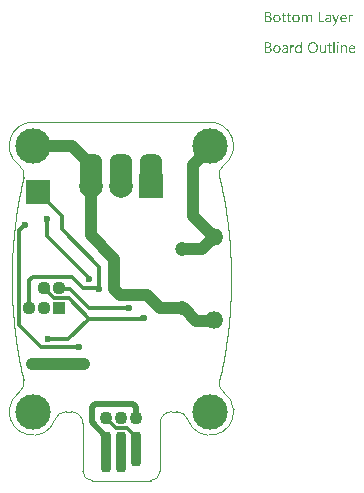
<source format=gbl>
G04*
G04 #@! TF.GenerationSoftware,Altium Limited,Altium Designer,21.9.2 (33)*
G04*
G04 Layer_Physical_Order=2*
G04 Layer_Color=16711680*
%FSAX25Y25*%
%MOIN*%
G70*
G04*
G04 #@! TF.SameCoordinates,B38DDDDE-E499-4E20-BA9E-D90CFE60B386*
G04*
G04*
G04 #@! TF.FilePolarity,Positive*
G04*
G01*
G75*
%ADD10C,0.01181*%
%ADD13C,0.00394*%
G04:AMPARAMS|DCode=38|XSize=74.8mil|YSize=116.14mil|CornerRadius=29.17mil|HoleSize=0mil|Usage=FLASHONLY|Rotation=0.000|XOffset=0mil|YOffset=0mil|HoleType=Round|Shape=RoundedRectangle|*
%AMROUNDEDRECTD38*
21,1,0.07480,0.05780,0,0,0.0*
21,1,0.01646,0.11614,0,0,0.0*
1,1,0.05835,0.00823,-0.02890*
1,1,0.05835,-0.00823,-0.02890*
1,1,0.05835,-0.00823,0.02890*
1,1,0.05835,0.00823,0.02890*
%
%ADD38ROUNDEDRECTD38*%
%ADD62C,0.04370*%
%ADD72C,0.01968*%
%ADD75R,0.04370X0.04370*%
%ADD76C,0.04724*%
%ADD77O,0.06102X0.05709*%
%ADD78R,0.07874X0.07874*%
%ADD79C,0.07874*%
%ADD80C,0.11811*%
%ADD81C,0.02362*%
G04:AMPARAMS|DCode=82|XSize=35.43mil|YSize=135.83mil|CornerRadius=13.82mil|HoleSize=0mil|Usage=FLASHONLY|Rotation=180.000|XOffset=0mil|YOffset=0mil|HoleType=Round|Shape=RoundedRectangle|*
%AMROUNDEDRECTD82*
21,1,0.03543,0.10819,0,0,180.0*
21,1,0.00780,0.13583,0,0,180.0*
1,1,0.02764,-0.00390,0.05409*
1,1,0.02764,0.00390,0.05409*
1,1,0.02764,0.00390,-0.05409*
1,1,0.02764,-0.00390,-0.05409*
%
%ADD82ROUNDEDRECTD82*%
G04:AMPARAMS|DCode=83|XSize=35.43mil|YSize=116.14mil|CornerRadius=13.82mil|HoleSize=0mil|Usage=FLASHONLY|Rotation=180.000|XOffset=0mil|YOffset=0mil|HoleType=Round|Shape=RoundedRectangle|*
%AMROUNDEDRECTD83*
21,1,0.03543,0.08850,0,0,180.0*
21,1,0.00780,0.11614,0,0,180.0*
1,1,0.02764,-0.00390,0.04425*
1,1,0.02764,0.00390,0.04425*
1,1,0.02764,0.00390,-0.04425*
1,1,0.02764,-0.00390,-0.04425*
%
%ADD83ROUNDEDRECTD83*%
%ADD84C,0.03937*%
%ADD85C,0.04331*%
G36*
X0062870Y0155354D02*
X0062925Y0155342D01*
X0062987Y0155329D01*
X0063055Y0155305D01*
X0063136Y0155274D01*
X0063210Y0155230D01*
X0063290Y0155181D01*
X0063365Y0155113D01*
X0063433Y0155026D01*
X0063495Y0154927D01*
X0063550Y0154815D01*
X0063588Y0154673D01*
X0063618Y0154518D01*
X0063625Y0154339D01*
Y0152791D01*
X0063222D01*
Y0154234D01*
Y0154240D01*
Y0154252D01*
Y0154271D01*
Y0154302D01*
X0063216Y0154376D01*
X0063204Y0154463D01*
X0063191Y0154562D01*
X0063167Y0154661D01*
X0063136Y0154754D01*
X0063092Y0154834D01*
X0063086Y0154840D01*
X0063068Y0154865D01*
X0063037Y0154896D01*
X0062987Y0154927D01*
X0062931Y0154964D01*
X0062857Y0154989D01*
X0062764Y0155014D01*
X0062659Y0155020D01*
X0062647D01*
X0062616Y0155014D01*
X0062566Y0155007D01*
X0062504Y0154989D01*
X0062436Y0154964D01*
X0062362Y0154921D01*
X0062288Y0154865D01*
X0062220Y0154785D01*
X0062213Y0154772D01*
X0062195Y0154741D01*
X0062164Y0154692D01*
X0062133Y0154624D01*
X0062096Y0154543D01*
X0062071Y0154450D01*
X0062046Y0154339D01*
X0062040Y0154221D01*
Y0152791D01*
X0061638D01*
Y0154283D01*
Y0154289D01*
Y0154314D01*
X0061632Y0154351D01*
Y0154401D01*
X0061619Y0154456D01*
X0061607Y0154518D01*
X0061588Y0154580D01*
X0061570Y0154655D01*
X0061539Y0154723D01*
X0061501Y0154785D01*
X0061452Y0154847D01*
X0061396Y0154902D01*
X0061334Y0154952D01*
X0061254Y0154989D01*
X0061167Y0155014D01*
X0061068Y0155020D01*
X0061056D01*
X0061025Y0155014D01*
X0060975Y0155007D01*
X0060913Y0154995D01*
X0060845Y0154964D01*
X0060771Y0154927D01*
X0060697Y0154871D01*
X0060629Y0154797D01*
X0060623Y0154785D01*
X0060604Y0154760D01*
X0060573Y0154710D01*
X0060542Y0154642D01*
X0060511Y0154562D01*
X0060480Y0154463D01*
X0060462Y0154351D01*
X0060455Y0154221D01*
Y0152791D01*
X0060053D01*
Y0155305D01*
X0060455D01*
Y0154902D01*
X0060468D01*
X0060474Y0154908D01*
X0060480Y0154921D01*
X0060499Y0154946D01*
X0060517Y0154976D01*
X0060579Y0155045D01*
X0060666Y0155131D01*
X0060777Y0155218D01*
X0060907Y0155286D01*
X0060988Y0155317D01*
X0061068Y0155342D01*
X0061155Y0155354D01*
X0061248Y0155360D01*
X0061291D01*
X0061341Y0155354D01*
X0061402Y0155342D01*
X0061471Y0155323D01*
X0061545Y0155298D01*
X0061619Y0155267D01*
X0061693Y0155218D01*
X0061700Y0155212D01*
X0061724Y0155193D01*
X0061755Y0155162D01*
X0061799Y0155119D01*
X0061842Y0155063D01*
X0061885Y0155001D01*
X0061929Y0154927D01*
X0061960Y0154840D01*
X0061966Y0154847D01*
X0061972Y0154865D01*
X0061990Y0154890D01*
X0062009Y0154921D01*
X0062040Y0154964D01*
X0062077Y0155007D01*
X0062120Y0155051D01*
X0062170Y0155100D01*
X0062226Y0155150D01*
X0062288Y0155193D01*
X0062356Y0155243D01*
X0062430Y0155280D01*
X0062511Y0155311D01*
X0062597Y0155335D01*
X0062696Y0155354D01*
X0062795Y0155360D01*
X0062832D01*
X0062870Y0155354D01*
D02*
G37*
G36*
X0076902Y0155342D02*
X0076977Y0155335D01*
X0077020Y0155323D01*
X0077051Y0155311D01*
Y0154896D01*
X0077045Y0154902D01*
X0077032Y0154908D01*
X0077008Y0154921D01*
X0076977Y0154939D01*
X0076933Y0154952D01*
X0076877Y0154964D01*
X0076816Y0154970D01*
X0076748Y0154976D01*
X0076735D01*
X0076704Y0154970D01*
X0076655Y0154964D01*
X0076599Y0154946D01*
X0076525Y0154915D01*
X0076457Y0154871D01*
X0076382Y0154809D01*
X0076314Y0154729D01*
X0076308Y0154717D01*
X0076289Y0154685D01*
X0076258Y0154630D01*
X0076227Y0154556D01*
X0076197Y0154463D01*
X0076166Y0154345D01*
X0076147Y0154215D01*
X0076141Y0154067D01*
Y0152791D01*
X0075739D01*
Y0155305D01*
X0076141D01*
Y0154785D01*
X0076153D01*
Y0154791D01*
X0076160Y0154797D01*
X0076172Y0154828D01*
X0076190Y0154877D01*
X0076221Y0154939D01*
X0076252Y0155001D01*
X0076302Y0155069D01*
X0076351Y0155137D01*
X0076413Y0155199D01*
X0076419Y0155206D01*
X0076444Y0155224D01*
X0076481Y0155249D01*
X0076531Y0155274D01*
X0076587Y0155298D01*
X0076655Y0155323D01*
X0076729Y0155342D01*
X0076809Y0155348D01*
X0076865D01*
X0076902Y0155342D01*
D02*
G37*
G36*
X0071523Y0152389D02*
X0071517Y0152383D01*
X0071511Y0152358D01*
X0071492Y0152315D01*
X0071467Y0152265D01*
X0071437Y0152209D01*
X0071393Y0152141D01*
X0071350Y0152073D01*
X0071300Y0151999D01*
X0071238Y0151925D01*
X0071176Y0151857D01*
X0071102Y0151789D01*
X0071022Y0151733D01*
X0070941Y0151683D01*
X0070848Y0151640D01*
X0070756Y0151615D01*
X0070650Y0151609D01*
X0070595D01*
X0070557Y0151615D01*
X0070477Y0151628D01*
X0070390Y0151646D01*
Y0152005D01*
X0070397D01*
X0070415Y0151999D01*
X0070440Y0151993D01*
X0070471Y0151987D01*
X0070545Y0151968D01*
X0070626Y0151962D01*
X0070638D01*
X0070675Y0151968D01*
X0070731Y0151980D01*
X0070799Y0152005D01*
X0070873Y0152049D01*
X0070910Y0152080D01*
X0070947Y0152117D01*
X0070985Y0152154D01*
X0071022Y0152203D01*
X0071053Y0152259D01*
X0071084Y0152321D01*
X0071288Y0152791D01*
X0070304Y0155305D01*
X0070749D01*
X0071430Y0153367D01*
Y0153361D01*
X0071437Y0153349D01*
X0071443Y0153330D01*
X0071449Y0153305D01*
X0071455Y0153268D01*
X0071467Y0153231D01*
X0071480Y0153175D01*
X0071498D01*
Y0153188D01*
X0071511Y0153225D01*
X0071523Y0153280D01*
X0071548Y0153361D01*
X0072260Y0155305D01*
X0072675D01*
X0071523Y0152389D01*
D02*
G37*
G36*
X0069115Y0155354D02*
X0069171Y0155348D01*
X0069239Y0155329D01*
X0069313Y0155311D01*
X0069394Y0155280D01*
X0069480Y0155243D01*
X0069561Y0155193D01*
X0069641Y0155131D01*
X0069716Y0155057D01*
X0069784Y0154964D01*
X0069840Y0154859D01*
X0069883Y0154735D01*
X0069908Y0154593D01*
X0069920Y0154426D01*
Y0152791D01*
X0069518D01*
Y0153181D01*
X0069505D01*
Y0153175D01*
X0069493Y0153163D01*
X0069480Y0153138D01*
X0069456Y0153113D01*
X0069394Y0153039D01*
X0069313Y0152959D01*
X0069202Y0152878D01*
X0069072Y0152804D01*
X0068991Y0152779D01*
X0068911Y0152754D01*
X0068824Y0152742D01*
X0068731Y0152736D01*
X0068694D01*
X0068670Y0152742D01*
X0068602Y0152748D01*
X0068521Y0152761D01*
X0068422Y0152785D01*
X0068329Y0152816D01*
X0068230Y0152866D01*
X0068143Y0152928D01*
X0068137Y0152940D01*
X0068112Y0152965D01*
X0068075Y0153008D01*
X0068038Y0153070D01*
X0068001Y0153144D01*
X0067964Y0153231D01*
X0067939Y0153336D01*
X0067933Y0153454D01*
Y0153460D01*
Y0153485D01*
X0067939Y0153522D01*
X0067945Y0153565D01*
X0067958Y0153621D01*
X0067976Y0153683D01*
X0068001Y0153751D01*
X0068038Y0153819D01*
X0068081Y0153893D01*
X0068137Y0153967D01*
X0068205Y0154036D01*
X0068286Y0154097D01*
X0068379Y0154159D01*
X0068490Y0154209D01*
X0068614Y0154246D01*
X0068762Y0154277D01*
X0069518Y0154382D01*
Y0154388D01*
Y0154407D01*
X0069511Y0154444D01*
Y0154481D01*
X0069499Y0154531D01*
X0069493Y0154587D01*
X0069456Y0154704D01*
X0069425Y0154760D01*
X0069394Y0154815D01*
X0069350Y0154871D01*
X0069301Y0154921D01*
X0069239Y0154964D01*
X0069171Y0154995D01*
X0069090Y0155014D01*
X0068998Y0155020D01*
X0068954D01*
X0068923Y0155014D01*
X0068880D01*
X0068837Y0155001D01*
X0068725Y0154983D01*
X0068602Y0154946D01*
X0068465Y0154890D01*
X0068391Y0154853D01*
X0068323Y0154815D01*
X0068249Y0154766D01*
X0068181Y0154710D01*
Y0155125D01*
X0068187D01*
X0068199Y0155137D01*
X0068218Y0155150D01*
X0068249Y0155162D01*
X0068280Y0155181D01*
X0068323Y0155199D01*
X0068372Y0155218D01*
X0068428Y0155243D01*
X0068552Y0155286D01*
X0068700Y0155323D01*
X0068862Y0155348D01*
X0069035Y0155360D01*
X0069072D01*
X0069115Y0155354D01*
D02*
G37*
G36*
X0066224Y0153163D02*
X0067636D01*
Y0152791D01*
X0065810D01*
Y0156307D01*
X0066224D01*
Y0153163D01*
D02*
G37*
G36*
X0049010Y0156301D02*
X0049053D01*
X0049097Y0156295D01*
X0049196Y0156283D01*
X0049313Y0156252D01*
X0049437Y0156214D01*
X0049555Y0156159D01*
X0049660Y0156085D01*
X0049666D01*
X0049672Y0156072D01*
X0049703Y0156047D01*
X0049747Y0155998D01*
X0049796Y0155930D01*
X0049840Y0155843D01*
X0049883Y0155744D01*
X0049914Y0155633D01*
X0049926Y0155571D01*
Y0155503D01*
Y0155496D01*
Y0155490D01*
Y0155453D01*
X0049920Y0155397D01*
X0049908Y0155329D01*
X0049889Y0155243D01*
X0049858Y0155156D01*
X0049821Y0155069D01*
X0049765Y0154983D01*
X0049759Y0154970D01*
X0049734Y0154946D01*
X0049697Y0154908D01*
X0049648Y0154859D01*
X0049586Y0154809D01*
X0049512Y0154754D01*
X0049419Y0154710D01*
X0049320Y0154667D01*
Y0154661D01*
X0049338D01*
X0049357Y0154655D01*
X0049375Y0154648D01*
X0049443Y0154636D01*
X0049524Y0154611D01*
X0049611Y0154574D01*
X0049703Y0154531D01*
X0049796Y0154469D01*
X0049883Y0154388D01*
X0049895Y0154376D01*
X0049920Y0154345D01*
X0049951Y0154302D01*
X0049994Y0154234D01*
X0050032Y0154147D01*
X0050069Y0154048D01*
X0050093Y0153930D01*
X0050100Y0153800D01*
Y0153794D01*
Y0153782D01*
Y0153757D01*
X0050093Y0153726D01*
X0050087Y0153689D01*
X0050081Y0153646D01*
X0050056Y0153540D01*
X0050019Y0153423D01*
X0049963Y0153299D01*
X0049926Y0153243D01*
X0049883Y0153181D01*
X0049827Y0153126D01*
X0049771Y0153070D01*
X0049765D01*
X0049759Y0153058D01*
X0049740Y0153045D01*
X0049716Y0153027D01*
X0049685Y0153008D01*
X0049641Y0152983D01*
X0049549Y0152934D01*
X0049431Y0152878D01*
X0049295Y0152835D01*
X0049134Y0152804D01*
X0049053Y0152798D01*
X0048961Y0152791D01*
X0047933D01*
Y0156307D01*
X0048979D01*
X0049010Y0156301D01*
D02*
G37*
G36*
X0055937Y0155305D02*
X0056574D01*
Y0154958D01*
X0055937D01*
Y0153540D01*
Y0153528D01*
Y0153497D01*
X0055943Y0153454D01*
X0055949Y0153398D01*
X0055974Y0153280D01*
X0055992Y0153225D01*
X0056023Y0153181D01*
X0056030Y0153175D01*
X0056042Y0153163D01*
X0056060Y0153150D01*
X0056091Y0153132D01*
X0056129Y0153107D01*
X0056178Y0153095D01*
X0056240Y0153082D01*
X0056308Y0153076D01*
X0056333D01*
X0056364Y0153082D01*
X0056401Y0153088D01*
X0056488Y0153113D01*
X0056531Y0153132D01*
X0056574Y0153157D01*
Y0152810D01*
X0056568D01*
X0056550Y0152798D01*
X0056519Y0152791D01*
X0056475Y0152779D01*
X0056420Y0152767D01*
X0056358Y0152754D01*
X0056283Y0152748D01*
X0056197Y0152742D01*
X0056166D01*
X0056135Y0152748D01*
X0056091Y0152754D01*
X0056042Y0152767D01*
X0055986Y0152779D01*
X0055931Y0152804D01*
X0055869Y0152835D01*
X0055807Y0152872D01*
X0055745Y0152921D01*
X0055689Y0152977D01*
X0055640Y0153051D01*
X0055596Y0153132D01*
X0055565Y0153231D01*
X0055541Y0153342D01*
X0055534Y0153472D01*
Y0154958D01*
X0055107D01*
Y0155305D01*
X0055534D01*
Y0155917D01*
X0055937Y0156047D01*
Y0155305D01*
D02*
G37*
G36*
X0054234D02*
X0054872D01*
Y0154958D01*
X0054234D01*
Y0153540D01*
Y0153528D01*
Y0153497D01*
X0054241Y0153454D01*
X0054247Y0153398D01*
X0054272Y0153280D01*
X0054290Y0153225D01*
X0054321Y0153181D01*
X0054327Y0153175D01*
X0054340Y0153163D01*
X0054358Y0153150D01*
X0054389Y0153132D01*
X0054426Y0153107D01*
X0054476Y0153095D01*
X0054538Y0153082D01*
X0054606Y0153076D01*
X0054631D01*
X0054662Y0153082D01*
X0054699Y0153088D01*
X0054785Y0153113D01*
X0054829Y0153132D01*
X0054872Y0153157D01*
Y0152810D01*
X0054866D01*
X0054847Y0152798D01*
X0054816Y0152791D01*
X0054773Y0152779D01*
X0054717Y0152767D01*
X0054655Y0152754D01*
X0054581Y0152748D01*
X0054495Y0152742D01*
X0054463D01*
X0054433Y0152748D01*
X0054389Y0152754D01*
X0054340Y0152767D01*
X0054284Y0152779D01*
X0054228Y0152804D01*
X0054166Y0152835D01*
X0054105Y0152872D01*
X0054043Y0152921D01*
X0053987Y0152977D01*
X0053937Y0153051D01*
X0053894Y0153132D01*
X0053863Y0153231D01*
X0053838Y0153342D01*
X0053832Y0153472D01*
Y0154958D01*
X0053405D01*
Y0155305D01*
X0053832D01*
Y0155917D01*
X0054234Y0156047D01*
Y0155305D01*
D02*
G37*
G36*
X0074179Y0155354D02*
X0074222Y0155348D01*
X0074265Y0155342D01*
X0074377Y0155323D01*
X0074501Y0155280D01*
X0074624Y0155224D01*
X0074686Y0155187D01*
X0074748Y0155144D01*
X0074804Y0155094D01*
X0074860Y0155038D01*
X0074866Y0155032D01*
X0074872Y0155026D01*
X0074884Y0155007D01*
X0074903Y0154983D01*
X0074922Y0154946D01*
X0074946Y0154908D01*
X0074971Y0154865D01*
X0074996Y0154809D01*
X0075020Y0154747D01*
X0075045Y0154685D01*
X0075070Y0154611D01*
X0075089Y0154531D01*
X0075107Y0154444D01*
X0075120Y0154358D01*
X0075132Y0154258D01*
Y0154153D01*
Y0153943D01*
X0073355D01*
Y0153937D01*
Y0153924D01*
Y0153906D01*
X0073362Y0153875D01*
X0073368Y0153838D01*
Y0153800D01*
X0073386Y0153701D01*
X0073417Y0153602D01*
X0073454Y0153491D01*
X0073510Y0153386D01*
X0073578Y0153293D01*
X0073591Y0153280D01*
X0073615Y0153256D01*
X0073665Y0153225D01*
X0073733Y0153181D01*
X0073820Y0153138D01*
X0073919Y0153107D01*
X0074036Y0153082D01*
X0074173Y0153070D01*
X0074216D01*
X0074247Y0153076D01*
X0074284D01*
X0074327Y0153082D01*
X0074432Y0153107D01*
X0074550Y0153138D01*
X0074680Y0153188D01*
X0074816Y0153256D01*
X0074884Y0153299D01*
X0074952Y0153349D01*
Y0152971D01*
X0074946D01*
X0074940Y0152959D01*
X0074922Y0152952D01*
X0074891Y0152934D01*
X0074860Y0152915D01*
X0074822Y0152897D01*
X0074773Y0152878D01*
X0074723Y0152853D01*
X0074661Y0152829D01*
X0074593Y0152810D01*
X0074445Y0152773D01*
X0074272Y0152748D01*
X0074080Y0152736D01*
X0074030D01*
X0073993Y0152742D01*
X0073950Y0152748D01*
X0073894Y0152754D01*
X0073776Y0152779D01*
X0073640Y0152816D01*
X0073504Y0152878D01*
X0073436Y0152921D01*
X0073368Y0152965D01*
X0073306Y0153014D01*
X0073244Y0153076D01*
X0073238Y0153082D01*
X0073232Y0153095D01*
X0073219Y0153113D01*
X0073194Y0153138D01*
X0073176Y0153175D01*
X0073151Y0153218D01*
X0073120Y0153268D01*
X0073095Y0153324D01*
X0073065Y0153386D01*
X0073040Y0153460D01*
X0073009Y0153540D01*
X0072990Y0153627D01*
X0072972Y0153720D01*
X0072953Y0153819D01*
X0072947Y0153924D01*
X0072941Y0154036D01*
Y0154042D01*
Y0154060D01*
Y0154091D01*
X0072947Y0154135D01*
X0072953Y0154184D01*
X0072959Y0154240D01*
X0072965Y0154308D01*
X0072984Y0154376D01*
X0073021Y0154525D01*
X0073077Y0154685D01*
X0073114Y0154766D01*
X0073163Y0154840D01*
X0073213Y0154921D01*
X0073269Y0154989D01*
X0073275Y0154995D01*
X0073287Y0155007D01*
X0073306Y0155026D01*
X0073331Y0155045D01*
X0073362Y0155076D01*
X0073399Y0155106D01*
X0073448Y0155137D01*
X0073498Y0155175D01*
X0073615Y0155243D01*
X0073758Y0155305D01*
X0073838Y0155323D01*
X0073919Y0155342D01*
X0074005Y0155354D01*
X0074098Y0155360D01*
X0074148D01*
X0074179Y0155354D01*
D02*
G37*
G36*
X0058314D02*
X0058357Y0155348D01*
X0058413Y0155342D01*
X0058536Y0155317D01*
X0058679Y0155274D01*
X0058821Y0155212D01*
X0058896Y0155175D01*
X0058964Y0155131D01*
X0059032Y0155076D01*
X0059094Y0155014D01*
X0059100Y0155007D01*
X0059106Y0154995D01*
X0059125Y0154976D01*
X0059143Y0154952D01*
X0059168Y0154915D01*
X0059193Y0154871D01*
X0059224Y0154822D01*
X0059255Y0154766D01*
X0059279Y0154698D01*
X0059310Y0154630D01*
X0059335Y0154549D01*
X0059360Y0154463D01*
X0059378Y0154370D01*
X0059397Y0154271D01*
X0059403Y0154166D01*
X0059409Y0154054D01*
Y0154048D01*
Y0154029D01*
Y0153998D01*
X0059403Y0153955D01*
X0059397Y0153906D01*
X0059391Y0153844D01*
X0059378Y0153782D01*
X0059366Y0153708D01*
X0059329Y0153559D01*
X0059267Y0153398D01*
X0059230Y0153318D01*
X0059180Y0153237D01*
X0059131Y0153163D01*
X0059069Y0153095D01*
X0059063Y0153088D01*
X0059050Y0153082D01*
X0059032Y0153064D01*
X0059007Y0153039D01*
X0058970Y0153014D01*
X0058933Y0152983D01*
X0058883Y0152946D01*
X0058828Y0152915D01*
X0058766Y0152884D01*
X0058697Y0152847D01*
X0058623Y0152816D01*
X0058543Y0152791D01*
X0058456Y0152767D01*
X0058363Y0152754D01*
X0058264Y0152742D01*
X0058159Y0152736D01*
X0058103D01*
X0058066Y0152742D01*
X0058023Y0152748D01*
X0057967Y0152754D01*
X0057905Y0152767D01*
X0057837Y0152779D01*
X0057695Y0152822D01*
X0057546Y0152884D01*
X0057472Y0152921D01*
X0057404Y0152971D01*
X0057336Y0153020D01*
X0057268Y0153082D01*
X0057261Y0153088D01*
X0057255Y0153101D01*
X0057237Y0153120D01*
X0057218Y0153144D01*
X0057193Y0153181D01*
X0057162Y0153225D01*
X0057131Y0153274D01*
X0057107Y0153330D01*
X0057076Y0153398D01*
X0057045Y0153466D01*
X0057014Y0153540D01*
X0056989Y0153627D01*
X0056952Y0153813D01*
X0056946Y0153912D01*
X0056940Y0154017D01*
Y0154023D01*
Y0154048D01*
Y0154079D01*
X0056946Y0154122D01*
X0056952Y0154172D01*
X0056958Y0154234D01*
X0056971Y0154302D01*
X0056983Y0154376D01*
X0057020Y0154537D01*
X0057082Y0154698D01*
X0057125Y0154778D01*
X0057169Y0154859D01*
X0057218Y0154933D01*
X0057280Y0155001D01*
X0057286Y0155007D01*
X0057298Y0155020D01*
X0057317Y0155032D01*
X0057342Y0155057D01*
X0057379Y0155082D01*
X0057422Y0155113D01*
X0057472Y0155150D01*
X0057528Y0155181D01*
X0057590Y0155212D01*
X0057664Y0155249D01*
X0057738Y0155280D01*
X0057825Y0155305D01*
X0057911Y0155329D01*
X0058010Y0155348D01*
X0058116Y0155354D01*
X0058221Y0155360D01*
X0058276D01*
X0058314Y0155354D01*
D02*
G37*
G36*
X0051963D02*
X0052006Y0155348D01*
X0052062Y0155342D01*
X0052186Y0155317D01*
X0052328Y0155274D01*
X0052470Y0155212D01*
X0052545Y0155175D01*
X0052613Y0155131D01*
X0052681Y0155076D01*
X0052743Y0155014D01*
X0052749Y0155007D01*
X0052755Y0154995D01*
X0052774Y0154976D01*
X0052792Y0154952D01*
X0052817Y0154915D01*
X0052842Y0154871D01*
X0052873Y0154822D01*
X0052904Y0154766D01*
X0052928Y0154698D01*
X0052959Y0154630D01*
X0052984Y0154549D01*
X0053009Y0154463D01*
X0053027Y0154370D01*
X0053046Y0154271D01*
X0053052Y0154166D01*
X0053058Y0154054D01*
Y0154048D01*
Y0154029D01*
Y0153998D01*
X0053052Y0153955D01*
X0053046Y0153906D01*
X0053040Y0153844D01*
X0053027Y0153782D01*
X0053015Y0153708D01*
X0052978Y0153559D01*
X0052916Y0153398D01*
X0052879Y0153318D01*
X0052829Y0153237D01*
X0052780Y0153163D01*
X0052718Y0153095D01*
X0052712Y0153088D01*
X0052699Y0153082D01*
X0052681Y0153064D01*
X0052656Y0153039D01*
X0052619Y0153014D01*
X0052582Y0152983D01*
X0052532Y0152946D01*
X0052477Y0152915D01*
X0052415Y0152884D01*
X0052346Y0152847D01*
X0052272Y0152816D01*
X0052192Y0152791D01*
X0052105Y0152767D01*
X0052012Y0152754D01*
X0051913Y0152742D01*
X0051808Y0152736D01*
X0051752D01*
X0051715Y0152742D01*
X0051672Y0152748D01*
X0051616Y0152754D01*
X0051554Y0152767D01*
X0051486Y0152779D01*
X0051344Y0152822D01*
X0051195Y0152884D01*
X0051121Y0152921D01*
X0051053Y0152971D01*
X0050985Y0153020D01*
X0050917Y0153082D01*
X0050910Y0153088D01*
X0050904Y0153101D01*
X0050886Y0153120D01*
X0050867Y0153144D01*
X0050842Y0153181D01*
X0050811Y0153225D01*
X0050780Y0153274D01*
X0050756Y0153330D01*
X0050725Y0153398D01*
X0050694Y0153466D01*
X0050663Y0153540D01*
X0050638Y0153627D01*
X0050601Y0153813D01*
X0050595Y0153912D01*
X0050589Y0154017D01*
Y0154023D01*
Y0154048D01*
Y0154079D01*
X0050595Y0154122D01*
X0050601Y0154172D01*
X0050607Y0154234D01*
X0050620Y0154302D01*
X0050632Y0154376D01*
X0050669Y0154537D01*
X0050731Y0154698D01*
X0050774Y0154778D01*
X0050818Y0154859D01*
X0050867Y0154933D01*
X0050929Y0155001D01*
X0050935Y0155007D01*
X0050948Y0155020D01*
X0050966Y0155032D01*
X0050991Y0155057D01*
X0051028Y0155082D01*
X0051071Y0155113D01*
X0051121Y0155150D01*
X0051177Y0155181D01*
X0051239Y0155212D01*
X0051313Y0155249D01*
X0051387Y0155280D01*
X0051474Y0155305D01*
X0051560Y0155329D01*
X0051659Y0155348D01*
X0051765Y0155354D01*
X0051870Y0155360D01*
X0051926D01*
X0051963Y0155354D01*
D02*
G37*
G36*
X0072142Y0146274D02*
X0072167D01*
X0072223Y0146249D01*
X0072254Y0146231D01*
X0072285Y0146206D01*
X0072291Y0146200D01*
X0072297Y0146194D01*
X0072328Y0146157D01*
X0072353Y0146095D01*
X0072359Y0146057D01*
X0072365Y0146020D01*
Y0146014D01*
Y0146002D01*
X0072359Y0145983D01*
X0072353Y0145958D01*
X0072334Y0145897D01*
X0072309Y0145866D01*
X0072285Y0145835D01*
X0072278D01*
X0072272Y0145822D01*
X0072235Y0145798D01*
X0072179Y0145773D01*
X0072142Y0145767D01*
X0072105Y0145760D01*
X0072086D01*
X0072068Y0145767D01*
X0072043D01*
X0071981Y0145791D01*
X0071950Y0145804D01*
X0071919Y0145828D01*
Y0145835D01*
X0071907Y0145841D01*
X0071895Y0145860D01*
X0071882Y0145878D01*
X0071857Y0145940D01*
X0071851Y0145977D01*
X0071845Y0146020D01*
Y0146027D01*
Y0146039D01*
X0071851Y0146057D01*
X0071857Y0146089D01*
X0071876Y0146144D01*
X0071895Y0146175D01*
X0071919Y0146206D01*
X0071925Y0146212D01*
X0071932Y0146219D01*
X0071969Y0146243D01*
X0072031Y0146268D01*
X0072068Y0146280D01*
X0072124D01*
X0072142Y0146274D01*
D02*
G37*
G36*
X0060152Y0142610D02*
X0059750D01*
Y0143031D01*
X0059737D01*
Y0143024D01*
X0059725Y0143012D01*
X0059706Y0142987D01*
X0059688Y0142956D01*
X0059657Y0142919D01*
X0059620Y0142882D01*
X0059576Y0142839D01*
X0059527Y0142795D01*
X0059471Y0142746D01*
X0059403Y0142703D01*
X0059335Y0142665D01*
X0059255Y0142628D01*
X0059174Y0142597D01*
X0059081Y0142573D01*
X0058982Y0142560D01*
X0058877Y0142554D01*
X0058834D01*
X0058797Y0142560D01*
X0058759Y0142566D01*
X0058710Y0142573D01*
X0058605Y0142597D01*
X0058481Y0142634D01*
X0058357Y0142696D01*
X0058289Y0142734D01*
X0058233Y0142777D01*
X0058171Y0142833D01*
X0058116Y0142888D01*
Y0142894D01*
X0058103Y0142907D01*
X0058091Y0142925D01*
X0058072Y0142950D01*
X0058054Y0142981D01*
X0058029Y0143024D01*
X0058004Y0143074D01*
X0057979Y0143130D01*
X0057948Y0143192D01*
X0057924Y0143260D01*
X0057899Y0143334D01*
X0057880Y0143414D01*
X0057862Y0143501D01*
X0057849Y0143600D01*
X0057843Y0143699D01*
X0057837Y0143804D01*
Y0143811D01*
Y0143829D01*
Y0143866D01*
X0057843Y0143910D01*
X0057849Y0143959D01*
X0057856Y0144021D01*
X0057862Y0144089D01*
X0057874Y0144163D01*
X0057911Y0144324D01*
X0057967Y0144492D01*
X0058004Y0144572D01*
X0058047Y0144652D01*
X0058091Y0144727D01*
X0058147Y0144801D01*
X0058153Y0144807D01*
X0058159Y0144819D01*
X0058178Y0144838D01*
X0058202Y0144863D01*
X0058233Y0144888D01*
X0058276Y0144919D01*
X0058320Y0144956D01*
X0058369Y0144993D01*
X0058493Y0145061D01*
X0058636Y0145123D01*
X0058716Y0145141D01*
X0058803Y0145160D01*
X0058889Y0145172D01*
X0058988Y0145179D01*
X0059038D01*
X0059075Y0145172D01*
X0059112Y0145166D01*
X0059162Y0145160D01*
X0059273Y0145129D01*
X0059397Y0145080D01*
X0059459Y0145049D01*
X0059521Y0145005D01*
X0059583Y0144962D01*
X0059638Y0144906D01*
X0059688Y0144844D01*
X0059737Y0144770D01*
X0059750D01*
Y0146330D01*
X0060152D01*
Y0142610D01*
D02*
G37*
G36*
X0074420Y0145172D02*
X0074494Y0145166D01*
X0074587Y0145148D01*
X0074686Y0145117D01*
X0074792Y0145067D01*
X0074897Y0144999D01*
X0074940Y0144962D01*
X0074983Y0144912D01*
X0074996Y0144900D01*
X0075020Y0144863D01*
X0075051Y0144801D01*
X0075095Y0144714D01*
X0075132Y0144609D01*
X0075169Y0144479D01*
X0075194Y0144324D01*
X0075200Y0144145D01*
Y0142610D01*
X0074798D01*
Y0144040D01*
Y0144046D01*
Y0144077D01*
X0074792Y0144114D01*
Y0144163D01*
X0074779Y0144225D01*
X0074767Y0144293D01*
X0074748Y0144368D01*
X0074723Y0144442D01*
X0074692Y0144516D01*
X0074655Y0144584D01*
X0074606Y0144652D01*
X0074550Y0144714D01*
X0074488Y0144764D01*
X0074408Y0144801D01*
X0074321Y0144832D01*
X0074216Y0144838D01*
X0074203D01*
X0074166Y0144832D01*
X0074111Y0144826D01*
X0074042Y0144807D01*
X0073962Y0144782D01*
X0073875Y0144739D01*
X0073795Y0144683D01*
X0073714Y0144609D01*
X0073708Y0144597D01*
X0073684Y0144572D01*
X0073652Y0144522D01*
X0073615Y0144454D01*
X0073578Y0144374D01*
X0073547Y0144275D01*
X0073523Y0144163D01*
X0073516Y0144040D01*
Y0142610D01*
X0073114D01*
Y0145123D01*
X0073516D01*
Y0144702D01*
X0073529D01*
X0073535Y0144708D01*
X0073541Y0144720D01*
X0073560Y0144745D01*
X0073584Y0144776D01*
X0073609Y0144813D01*
X0073646Y0144851D01*
X0073690Y0144894D01*
X0073739Y0144943D01*
X0073795Y0144987D01*
X0073857Y0145030D01*
X0073925Y0145067D01*
X0073999Y0145104D01*
X0074073Y0145135D01*
X0074160Y0145160D01*
X0074253Y0145172D01*
X0074352Y0145179D01*
X0074389D01*
X0074420Y0145172D01*
D02*
G37*
G36*
X0057422Y0145160D02*
X0057497Y0145154D01*
X0057540Y0145141D01*
X0057571Y0145129D01*
Y0144714D01*
X0057565Y0144720D01*
X0057552Y0144727D01*
X0057528Y0144739D01*
X0057497Y0144758D01*
X0057453Y0144770D01*
X0057398Y0144782D01*
X0057336Y0144789D01*
X0057268Y0144795D01*
X0057255D01*
X0057224Y0144789D01*
X0057175Y0144782D01*
X0057119Y0144764D01*
X0057045Y0144733D01*
X0056977Y0144690D01*
X0056902Y0144628D01*
X0056834Y0144547D01*
X0056828Y0144535D01*
X0056810Y0144504D01*
X0056779Y0144448D01*
X0056748Y0144374D01*
X0056717Y0144281D01*
X0056686Y0144163D01*
X0056667Y0144033D01*
X0056661Y0143885D01*
Y0142610D01*
X0056259D01*
Y0145123D01*
X0056661D01*
Y0144603D01*
X0056673D01*
Y0144609D01*
X0056679Y0144615D01*
X0056692Y0144646D01*
X0056710Y0144696D01*
X0056741Y0144758D01*
X0056772Y0144819D01*
X0056822Y0144888D01*
X0056871Y0144956D01*
X0056933Y0145018D01*
X0056940Y0145024D01*
X0056964Y0145042D01*
X0057001Y0145067D01*
X0057051Y0145092D01*
X0057107Y0145117D01*
X0057175Y0145141D01*
X0057249Y0145160D01*
X0057329Y0145166D01*
X0057385D01*
X0057422Y0145160D01*
D02*
G37*
G36*
X0068162Y0142610D02*
X0067760D01*
Y0143006D01*
X0067747D01*
Y0143000D01*
X0067735Y0142987D01*
X0067722Y0142963D01*
X0067698Y0142938D01*
X0067642Y0142864D01*
X0067555Y0142783D01*
X0067506Y0142740D01*
X0067450Y0142696D01*
X0067388Y0142659D01*
X0067314Y0142622D01*
X0067240Y0142597D01*
X0067159Y0142573D01*
X0067066Y0142560D01*
X0066974Y0142554D01*
X0066936D01*
X0066893Y0142560D01*
X0066831Y0142573D01*
X0066763Y0142585D01*
X0066689Y0142610D01*
X0066608Y0142641D01*
X0066528Y0142690D01*
X0066441Y0142746D01*
X0066361Y0142814D01*
X0066286Y0142901D01*
X0066218Y0143006D01*
X0066156Y0143123D01*
X0066113Y0143266D01*
X0066088Y0143433D01*
X0066076Y0143520D01*
Y0143619D01*
Y0145123D01*
X0066472D01*
Y0143681D01*
Y0143674D01*
Y0143650D01*
X0066478Y0143606D01*
X0066484Y0143557D01*
X0066491Y0143495D01*
X0066503Y0143433D01*
X0066522Y0143359D01*
X0066546Y0143284D01*
X0066584Y0143210D01*
X0066621Y0143142D01*
X0066670Y0143074D01*
X0066732Y0143012D01*
X0066800Y0142963D01*
X0066881Y0142925D01*
X0066980Y0142894D01*
X0067085Y0142888D01*
X0067097D01*
X0067134Y0142894D01*
X0067190Y0142901D01*
X0067252Y0142913D01*
X0067333Y0142944D01*
X0067413Y0142981D01*
X0067493Y0143031D01*
X0067568Y0143105D01*
X0067574Y0143117D01*
X0067599Y0143142D01*
X0067630Y0143192D01*
X0067667Y0143260D01*
X0067698Y0143340D01*
X0067729Y0143439D01*
X0067753Y0143551D01*
X0067760Y0143674D01*
Y0145123D01*
X0068162D01*
Y0142610D01*
D02*
G37*
G36*
X0072297D02*
X0071895D01*
Y0145123D01*
X0072297D01*
Y0142610D01*
D02*
G37*
G36*
X0071078D02*
X0070675D01*
Y0146330D01*
X0071078D01*
Y0142610D01*
D02*
G37*
G36*
X0054699Y0145172D02*
X0054754Y0145166D01*
X0054822Y0145148D01*
X0054897Y0145129D01*
X0054977Y0145098D01*
X0055064Y0145061D01*
X0055144Y0145011D01*
X0055225Y0144949D01*
X0055299Y0144875D01*
X0055367Y0144782D01*
X0055423Y0144677D01*
X0055466Y0144553D01*
X0055491Y0144411D01*
X0055503Y0144244D01*
Y0142610D01*
X0055101D01*
Y0143000D01*
X0055089D01*
Y0142993D01*
X0055076Y0142981D01*
X0055064Y0142956D01*
X0055039Y0142932D01*
X0054977Y0142857D01*
X0054897Y0142777D01*
X0054785Y0142696D01*
X0054655Y0142622D01*
X0054575Y0142597D01*
X0054495Y0142573D01*
X0054408Y0142560D01*
X0054315Y0142554D01*
X0054278D01*
X0054253Y0142560D01*
X0054185Y0142566D01*
X0054105Y0142579D01*
X0054005Y0142604D01*
X0053913Y0142634D01*
X0053814Y0142684D01*
X0053727Y0142746D01*
X0053721Y0142758D01*
X0053696Y0142783D01*
X0053659Y0142826D01*
X0053622Y0142888D01*
X0053584Y0142963D01*
X0053547Y0143049D01*
X0053523Y0143154D01*
X0053516Y0143272D01*
Y0143278D01*
Y0143303D01*
X0053523Y0143340D01*
X0053529Y0143384D01*
X0053541Y0143439D01*
X0053560Y0143501D01*
X0053584Y0143569D01*
X0053622Y0143637D01*
X0053665Y0143711D01*
X0053721Y0143786D01*
X0053789Y0143854D01*
X0053869Y0143916D01*
X0053962Y0143978D01*
X0054074Y0144027D01*
X0054197Y0144064D01*
X0054346Y0144095D01*
X0055101Y0144201D01*
Y0144207D01*
Y0144225D01*
X0055095Y0144262D01*
Y0144300D01*
X0055082Y0144349D01*
X0055076Y0144405D01*
X0055039Y0144522D01*
X0055008Y0144578D01*
X0054977Y0144634D01*
X0054934Y0144690D01*
X0054884Y0144739D01*
X0054822Y0144782D01*
X0054754Y0144813D01*
X0054674Y0144832D01*
X0054581Y0144838D01*
X0054538D01*
X0054507Y0144832D01*
X0054463D01*
X0054420Y0144819D01*
X0054309Y0144801D01*
X0054185Y0144764D01*
X0054049Y0144708D01*
X0053974Y0144671D01*
X0053906Y0144634D01*
X0053832Y0144584D01*
X0053764Y0144529D01*
Y0144943D01*
X0053770D01*
X0053783Y0144956D01*
X0053801Y0144968D01*
X0053832Y0144981D01*
X0053863Y0144999D01*
X0053906Y0145018D01*
X0053956Y0145036D01*
X0054012Y0145061D01*
X0054135Y0145104D01*
X0054284Y0145141D01*
X0054445Y0145166D01*
X0054618Y0145179D01*
X0054655D01*
X0054699Y0145172D01*
D02*
G37*
G36*
X0049010Y0146119D02*
X0049053D01*
X0049097Y0146113D01*
X0049196Y0146101D01*
X0049313Y0146070D01*
X0049437Y0146033D01*
X0049555Y0145977D01*
X0049660Y0145903D01*
X0049666D01*
X0049672Y0145890D01*
X0049703Y0145866D01*
X0049747Y0145816D01*
X0049796Y0145748D01*
X0049840Y0145661D01*
X0049883Y0145562D01*
X0049914Y0145451D01*
X0049926Y0145389D01*
Y0145321D01*
Y0145315D01*
Y0145308D01*
Y0145271D01*
X0049920Y0145216D01*
X0049908Y0145148D01*
X0049889Y0145061D01*
X0049858Y0144974D01*
X0049821Y0144888D01*
X0049765Y0144801D01*
X0049759Y0144789D01*
X0049734Y0144764D01*
X0049697Y0144727D01*
X0049648Y0144677D01*
X0049586Y0144628D01*
X0049512Y0144572D01*
X0049419Y0144529D01*
X0049320Y0144485D01*
Y0144479D01*
X0049338D01*
X0049357Y0144473D01*
X0049375Y0144467D01*
X0049443Y0144454D01*
X0049524Y0144430D01*
X0049611Y0144392D01*
X0049703Y0144349D01*
X0049796Y0144287D01*
X0049883Y0144207D01*
X0049895Y0144194D01*
X0049920Y0144163D01*
X0049951Y0144120D01*
X0049994Y0144052D01*
X0050032Y0143965D01*
X0050069Y0143866D01*
X0050093Y0143749D01*
X0050100Y0143619D01*
Y0143613D01*
Y0143600D01*
Y0143575D01*
X0050093Y0143544D01*
X0050087Y0143507D01*
X0050081Y0143464D01*
X0050056Y0143359D01*
X0050019Y0143241D01*
X0049963Y0143117D01*
X0049926Y0143062D01*
X0049883Y0143000D01*
X0049827Y0142944D01*
X0049771Y0142888D01*
X0049765D01*
X0049759Y0142876D01*
X0049740Y0142864D01*
X0049716Y0142845D01*
X0049685Y0142826D01*
X0049641Y0142802D01*
X0049549Y0142752D01*
X0049431Y0142696D01*
X0049295Y0142653D01*
X0049134Y0142622D01*
X0049053Y0142616D01*
X0048961Y0142610D01*
X0047933D01*
Y0146126D01*
X0048979D01*
X0049010Y0146119D01*
D02*
G37*
G36*
X0069505Y0145123D02*
X0070143D01*
Y0144776D01*
X0069505D01*
Y0143359D01*
Y0143346D01*
Y0143315D01*
X0069511Y0143272D01*
X0069518Y0143216D01*
X0069542Y0143099D01*
X0069561Y0143043D01*
X0069592Y0143000D01*
X0069598Y0142993D01*
X0069610Y0142981D01*
X0069629Y0142969D01*
X0069660Y0142950D01*
X0069697Y0142925D01*
X0069747Y0142913D01*
X0069809Y0142901D01*
X0069877Y0142894D01*
X0069901D01*
X0069932Y0142901D01*
X0069969Y0142907D01*
X0070056Y0142932D01*
X0070100Y0142950D01*
X0070143Y0142975D01*
Y0142628D01*
X0070137D01*
X0070118Y0142616D01*
X0070087Y0142610D01*
X0070044Y0142597D01*
X0069988Y0142585D01*
X0069926Y0142573D01*
X0069852Y0142566D01*
X0069765Y0142560D01*
X0069734D01*
X0069703Y0142566D01*
X0069660Y0142573D01*
X0069610Y0142585D01*
X0069555Y0142597D01*
X0069499Y0142622D01*
X0069437Y0142653D01*
X0069375Y0142690D01*
X0069313Y0142740D01*
X0069258Y0142795D01*
X0069208Y0142870D01*
X0069165Y0142950D01*
X0069134Y0143049D01*
X0069109Y0143161D01*
X0069103Y0143291D01*
Y0144776D01*
X0068676D01*
Y0145123D01*
X0069103D01*
Y0145736D01*
X0069505Y0145866D01*
Y0145123D01*
D02*
G37*
G36*
X0077032Y0145172D02*
X0077076Y0145166D01*
X0077119Y0145160D01*
X0077230Y0145141D01*
X0077354Y0145098D01*
X0077478Y0145042D01*
X0077540Y0145005D01*
X0077602Y0144962D01*
X0077657Y0144912D01*
X0077713Y0144857D01*
X0077719Y0144851D01*
X0077725Y0144844D01*
X0077738Y0144826D01*
X0077757Y0144801D01*
X0077775Y0144764D01*
X0077800Y0144727D01*
X0077825Y0144683D01*
X0077849Y0144628D01*
X0077874Y0144566D01*
X0077899Y0144504D01*
X0077924Y0144430D01*
X0077942Y0144349D01*
X0077961Y0144262D01*
X0077973Y0144176D01*
X0077986Y0144077D01*
Y0143972D01*
Y0143761D01*
X0076209D01*
Y0143755D01*
Y0143743D01*
Y0143724D01*
X0076215Y0143693D01*
X0076221Y0143656D01*
Y0143619D01*
X0076240Y0143520D01*
X0076271Y0143421D01*
X0076308Y0143309D01*
X0076364Y0143204D01*
X0076432Y0143111D01*
X0076444Y0143099D01*
X0076469Y0143074D01*
X0076518Y0143043D01*
X0076587Y0143000D01*
X0076673Y0142956D01*
X0076772Y0142925D01*
X0076890Y0142901D01*
X0077026Y0142888D01*
X0077069D01*
X0077100Y0142894D01*
X0077138D01*
X0077181Y0142901D01*
X0077286Y0142925D01*
X0077404Y0142956D01*
X0077534Y0143006D01*
X0077670Y0143074D01*
X0077738Y0143117D01*
X0077806Y0143167D01*
Y0142789D01*
X0077800D01*
X0077794Y0142777D01*
X0077775Y0142771D01*
X0077744Y0142752D01*
X0077713Y0142734D01*
X0077676Y0142715D01*
X0077627Y0142696D01*
X0077577Y0142672D01*
X0077515Y0142647D01*
X0077447Y0142628D01*
X0077298Y0142591D01*
X0077125Y0142566D01*
X0076933Y0142554D01*
X0076884D01*
X0076847Y0142560D01*
X0076803Y0142566D01*
X0076748Y0142573D01*
X0076630Y0142597D01*
X0076494Y0142634D01*
X0076358Y0142696D01*
X0076289Y0142740D01*
X0076221Y0142783D01*
X0076160Y0142833D01*
X0076098Y0142894D01*
X0076091Y0142901D01*
X0076085Y0142913D01*
X0076073Y0142932D01*
X0076048Y0142956D01*
X0076029Y0142993D01*
X0076005Y0143037D01*
X0075974Y0143086D01*
X0075949Y0143142D01*
X0075918Y0143204D01*
X0075893Y0143278D01*
X0075862Y0143359D01*
X0075844Y0143445D01*
X0075825Y0143538D01*
X0075807Y0143637D01*
X0075800Y0143743D01*
X0075794Y0143854D01*
Y0143860D01*
Y0143879D01*
Y0143910D01*
X0075800Y0143953D01*
X0075807Y0144002D01*
X0075813Y0144058D01*
X0075819Y0144126D01*
X0075838Y0144194D01*
X0075875Y0144343D01*
X0075930Y0144504D01*
X0075968Y0144584D01*
X0076017Y0144659D01*
X0076067Y0144739D01*
X0076122Y0144807D01*
X0076129Y0144813D01*
X0076141Y0144826D01*
X0076160Y0144844D01*
X0076184Y0144863D01*
X0076215Y0144894D01*
X0076252Y0144925D01*
X0076302Y0144956D01*
X0076351Y0144993D01*
X0076469Y0145061D01*
X0076611Y0145123D01*
X0076692Y0145141D01*
X0076772Y0145160D01*
X0076859Y0145172D01*
X0076952Y0145179D01*
X0077001D01*
X0077032Y0145172D01*
D02*
G37*
G36*
X0063990Y0146181D02*
X0064052Y0146175D01*
X0064126Y0146163D01*
X0064207Y0146144D01*
X0064293Y0146126D01*
X0064380Y0146101D01*
X0064479Y0146070D01*
X0064572Y0146027D01*
X0064671Y0145977D01*
X0064770Y0145921D01*
X0064863Y0145853D01*
X0064956Y0145779D01*
X0065042Y0145692D01*
X0065048Y0145686D01*
X0065061Y0145668D01*
X0065086Y0145643D01*
X0065110Y0145606D01*
X0065148Y0145556D01*
X0065185Y0145494D01*
X0065222Y0145426D01*
X0065265Y0145352D01*
X0065308Y0145259D01*
X0065346Y0145166D01*
X0065383Y0145061D01*
X0065420Y0144943D01*
X0065445Y0144826D01*
X0065469Y0144696D01*
X0065482Y0144553D01*
X0065488Y0144411D01*
Y0144399D01*
Y0144374D01*
Y0144331D01*
X0065482Y0144269D01*
X0065475Y0144194D01*
X0065463Y0144114D01*
X0065451Y0144021D01*
X0065432Y0143916D01*
X0065407Y0143811D01*
X0065377Y0143699D01*
X0065339Y0143588D01*
X0065296Y0143476D01*
X0065240Y0143359D01*
X0065178Y0143254D01*
X0065110Y0143148D01*
X0065030Y0143049D01*
X0065024Y0143043D01*
X0065011Y0143031D01*
X0064980Y0143006D01*
X0064949Y0142975D01*
X0064900Y0142932D01*
X0064844Y0142894D01*
X0064782Y0142845D01*
X0064708Y0142802D01*
X0064627Y0142758D01*
X0064535Y0142709D01*
X0064436Y0142672D01*
X0064324Y0142634D01*
X0064207Y0142597D01*
X0064083Y0142573D01*
X0063953Y0142560D01*
X0063810Y0142554D01*
X0063779D01*
X0063736Y0142560D01*
X0063687D01*
X0063625Y0142566D01*
X0063550Y0142579D01*
X0063470Y0142597D01*
X0063377Y0142616D01*
X0063284Y0142641D01*
X0063185Y0142672D01*
X0063086Y0142715D01*
X0062987Y0142758D01*
X0062888Y0142814D01*
X0062789Y0142882D01*
X0062696Y0142956D01*
X0062610Y0143043D01*
X0062603Y0143049D01*
X0062591Y0143068D01*
X0062566Y0143093D01*
X0062542Y0143130D01*
X0062504Y0143179D01*
X0062467Y0143241D01*
X0062430Y0143309D01*
X0062387Y0143390D01*
X0062343Y0143476D01*
X0062306Y0143569D01*
X0062269Y0143674D01*
X0062232Y0143792D01*
X0062207Y0143910D01*
X0062182Y0144040D01*
X0062170Y0144182D01*
X0062164Y0144324D01*
Y0144337D01*
Y0144361D01*
X0062170Y0144405D01*
Y0144467D01*
X0062176Y0144535D01*
X0062189Y0144622D01*
X0062201Y0144714D01*
X0062220Y0144813D01*
X0062244Y0144919D01*
X0062275Y0145030D01*
X0062312Y0145141D01*
X0062356Y0145253D01*
X0062411Y0145364D01*
X0062473Y0145476D01*
X0062542Y0145581D01*
X0062622Y0145680D01*
X0062628Y0145686D01*
X0062641Y0145705D01*
X0062672Y0145729D01*
X0062709Y0145760D01*
X0062752Y0145798D01*
X0062808Y0145841D01*
X0062876Y0145884D01*
X0062950Y0145934D01*
X0063037Y0145983D01*
X0063130Y0146027D01*
X0063228Y0146070D01*
X0063340Y0146107D01*
X0063464Y0146138D01*
X0063594Y0146169D01*
X0063730Y0146181D01*
X0063872Y0146187D01*
X0063940D01*
X0063990Y0146181D01*
D02*
G37*
G36*
X0051963Y0145172D02*
X0052006Y0145166D01*
X0052062Y0145160D01*
X0052186Y0145135D01*
X0052328Y0145092D01*
X0052470Y0145030D01*
X0052545Y0144993D01*
X0052613Y0144949D01*
X0052681Y0144894D01*
X0052743Y0144832D01*
X0052749Y0144826D01*
X0052755Y0144813D01*
X0052774Y0144795D01*
X0052792Y0144770D01*
X0052817Y0144733D01*
X0052842Y0144690D01*
X0052873Y0144640D01*
X0052904Y0144584D01*
X0052928Y0144516D01*
X0052959Y0144448D01*
X0052984Y0144368D01*
X0053009Y0144281D01*
X0053027Y0144188D01*
X0053046Y0144089D01*
X0053052Y0143984D01*
X0053058Y0143872D01*
Y0143866D01*
Y0143848D01*
Y0143817D01*
X0053052Y0143773D01*
X0053046Y0143724D01*
X0053040Y0143662D01*
X0053027Y0143600D01*
X0053015Y0143526D01*
X0052978Y0143377D01*
X0052916Y0143216D01*
X0052879Y0143136D01*
X0052829Y0143055D01*
X0052780Y0142981D01*
X0052718Y0142913D01*
X0052712Y0142907D01*
X0052699Y0142901D01*
X0052681Y0142882D01*
X0052656Y0142857D01*
X0052619Y0142833D01*
X0052582Y0142802D01*
X0052532Y0142764D01*
X0052477Y0142734D01*
X0052415Y0142703D01*
X0052346Y0142665D01*
X0052272Y0142634D01*
X0052192Y0142610D01*
X0052105Y0142585D01*
X0052012Y0142573D01*
X0051913Y0142560D01*
X0051808Y0142554D01*
X0051752D01*
X0051715Y0142560D01*
X0051672Y0142566D01*
X0051616Y0142573D01*
X0051554Y0142585D01*
X0051486Y0142597D01*
X0051344Y0142641D01*
X0051195Y0142703D01*
X0051121Y0142740D01*
X0051053Y0142789D01*
X0050985Y0142839D01*
X0050917Y0142901D01*
X0050910Y0142907D01*
X0050904Y0142919D01*
X0050886Y0142938D01*
X0050867Y0142963D01*
X0050842Y0143000D01*
X0050811Y0143043D01*
X0050780Y0143093D01*
X0050756Y0143148D01*
X0050725Y0143216D01*
X0050694Y0143284D01*
X0050663Y0143359D01*
X0050638Y0143445D01*
X0050601Y0143631D01*
X0050595Y0143730D01*
X0050589Y0143835D01*
Y0143842D01*
Y0143866D01*
Y0143897D01*
X0050595Y0143941D01*
X0050601Y0143990D01*
X0050607Y0144052D01*
X0050620Y0144120D01*
X0050632Y0144194D01*
X0050669Y0144355D01*
X0050731Y0144516D01*
X0050774Y0144597D01*
X0050818Y0144677D01*
X0050867Y0144751D01*
X0050929Y0144819D01*
X0050935Y0144826D01*
X0050948Y0144838D01*
X0050966Y0144851D01*
X0050991Y0144875D01*
X0051028Y0144900D01*
X0051071Y0144931D01*
X0051121Y0144968D01*
X0051177Y0144999D01*
X0051239Y0145030D01*
X0051313Y0145067D01*
X0051387Y0145098D01*
X0051474Y0145123D01*
X0051560Y0145148D01*
X0051659Y0145166D01*
X0051765Y0145172D01*
X0051870Y0145179D01*
X0051926D01*
X0051963Y0145172D01*
D02*
G37*
%LPC*%
G36*
X0069518Y0154060D02*
X0068911Y0153974D01*
X0068899D01*
X0068868Y0153967D01*
X0068818Y0153955D01*
X0068756Y0153943D01*
X0068688Y0153924D01*
X0068614Y0153899D01*
X0068552Y0153875D01*
X0068490Y0153838D01*
X0068484Y0153831D01*
X0068465Y0153819D01*
X0068447Y0153794D01*
X0068422Y0153757D01*
X0068391Y0153708D01*
X0068372Y0153646D01*
X0068354Y0153571D01*
X0068348Y0153485D01*
Y0153479D01*
Y0153454D01*
X0068354Y0153423D01*
X0068366Y0153379D01*
X0068379Y0153330D01*
X0068403Y0153280D01*
X0068434Y0153231D01*
X0068478Y0153181D01*
X0068484Y0153175D01*
X0068502Y0153163D01*
X0068533Y0153144D01*
X0068571Y0153126D01*
X0068620Y0153107D01*
X0068682Y0153088D01*
X0068750Y0153076D01*
X0068831Y0153070D01*
X0068843D01*
X0068880Y0153076D01*
X0068936Y0153082D01*
X0069004Y0153095D01*
X0069078Y0153120D01*
X0069165Y0153157D01*
X0069245Y0153212D01*
X0069319Y0153280D01*
X0069326Y0153293D01*
X0069350Y0153318D01*
X0069381Y0153361D01*
X0069419Y0153423D01*
X0069456Y0153503D01*
X0069487Y0153590D01*
X0069511Y0153695D01*
X0069518Y0153807D01*
Y0154060D01*
D02*
G37*
G36*
X0048818Y0155936D02*
X0048348D01*
Y0154797D01*
X0048824D01*
X0048886Y0154803D01*
X0048961Y0154815D01*
X0049047Y0154834D01*
X0049140Y0154865D01*
X0049221Y0154902D01*
X0049301Y0154958D01*
X0049307Y0154964D01*
X0049332Y0154989D01*
X0049363Y0155026D01*
X0049400Y0155082D01*
X0049431Y0155144D01*
X0049462Y0155224D01*
X0049487Y0155317D01*
X0049493Y0155422D01*
Y0155428D01*
Y0155447D01*
X0049487Y0155472D01*
X0049481Y0155503D01*
X0049456Y0155583D01*
X0049437Y0155633D01*
X0049406Y0155682D01*
X0049375Y0155726D01*
X0049326Y0155775D01*
X0049276Y0155818D01*
X0049208Y0155856D01*
X0049134Y0155886D01*
X0049041Y0155911D01*
X0048936Y0155930D01*
X0048818Y0155936D01*
D02*
G37*
G36*
Y0154426D02*
X0048348D01*
Y0153163D01*
X0048967D01*
X0049029Y0153169D01*
X0049115Y0153181D01*
X0049202Y0153206D01*
X0049295Y0153231D01*
X0049388Y0153274D01*
X0049468Y0153330D01*
X0049474Y0153336D01*
X0049499Y0153361D01*
X0049530Y0153398D01*
X0049567Y0153454D01*
X0049604Y0153522D01*
X0049635Y0153602D01*
X0049660Y0153701D01*
X0049666Y0153807D01*
Y0153813D01*
Y0153831D01*
X0049660Y0153862D01*
X0049654Y0153906D01*
X0049641Y0153949D01*
X0049623Y0154005D01*
X0049598Y0154060D01*
X0049561Y0154116D01*
X0049518Y0154172D01*
X0049462Y0154227D01*
X0049394Y0154283D01*
X0049307Y0154326D01*
X0049214Y0154370D01*
X0049097Y0154401D01*
X0048967Y0154419D01*
X0048818Y0154426D01*
D02*
G37*
G36*
X0074092Y0155020D02*
X0074042D01*
X0073993Y0155007D01*
X0073925Y0154995D01*
X0073851Y0154970D01*
X0073764Y0154933D01*
X0073684Y0154884D01*
X0073603Y0154815D01*
X0073597Y0154809D01*
X0073572Y0154778D01*
X0073541Y0154735D01*
X0073498Y0154673D01*
X0073454Y0154599D01*
X0073417Y0154506D01*
X0073386Y0154401D01*
X0073362Y0154283D01*
X0074717D01*
Y0154289D01*
Y0154302D01*
Y0154314D01*
Y0154339D01*
X0074711Y0154407D01*
X0074699Y0154481D01*
X0074674Y0154574D01*
X0074649Y0154661D01*
X0074606Y0154747D01*
X0074550Y0154828D01*
X0074544Y0154834D01*
X0074519Y0154859D01*
X0074482Y0154890D01*
X0074432Y0154927D01*
X0074364Y0154958D01*
X0074284Y0154989D01*
X0074197Y0155014D01*
X0074092Y0155020D01*
D02*
G37*
G36*
X0058190D02*
X0058153D01*
X0058128Y0155014D01*
X0058054Y0155007D01*
X0057967Y0154989D01*
X0057868Y0154958D01*
X0057763Y0154908D01*
X0057664Y0154840D01*
X0057614Y0154803D01*
X0057571Y0154754D01*
X0057559Y0154741D01*
X0057534Y0154704D01*
X0057503Y0154648D01*
X0057459Y0154568D01*
X0057416Y0154463D01*
X0057385Y0154339D01*
X0057360Y0154197D01*
X0057348Y0154029D01*
Y0154023D01*
Y0154011D01*
Y0153986D01*
X0057354Y0153955D01*
Y0153918D01*
X0057360Y0153875D01*
X0057379Y0153776D01*
X0057404Y0153664D01*
X0057447Y0153547D01*
X0057503Y0153429D01*
X0057577Y0153324D01*
X0057590Y0153311D01*
X0057620Y0153287D01*
X0057670Y0153243D01*
X0057738Y0153200D01*
X0057825Y0153150D01*
X0057930Y0153107D01*
X0058054Y0153082D01*
X0058190Y0153070D01*
X0058227D01*
X0058252Y0153076D01*
X0058326Y0153082D01*
X0058413Y0153101D01*
X0058506Y0153132D01*
X0058611Y0153175D01*
X0058704Y0153237D01*
X0058790Y0153318D01*
X0058797Y0153330D01*
X0058821Y0153367D01*
X0058858Y0153423D01*
X0058896Y0153503D01*
X0058933Y0153609D01*
X0058970Y0153732D01*
X0058995Y0153875D01*
X0059001Y0154042D01*
Y0154048D01*
Y0154060D01*
Y0154085D01*
Y0154122D01*
X0058995Y0154159D01*
X0058988Y0154203D01*
X0058976Y0154308D01*
X0058951Y0154426D01*
X0058914Y0154543D01*
X0058858Y0154661D01*
X0058790Y0154766D01*
X0058778Y0154778D01*
X0058753Y0154803D01*
X0058704Y0154847D01*
X0058636Y0154896D01*
X0058549Y0154939D01*
X0058450Y0154983D01*
X0058326Y0155007D01*
X0058190Y0155020D01*
D02*
G37*
G36*
X0051839D02*
X0051802D01*
X0051777Y0155014D01*
X0051703Y0155007D01*
X0051616Y0154989D01*
X0051517Y0154958D01*
X0051412Y0154908D01*
X0051313Y0154840D01*
X0051263Y0154803D01*
X0051220Y0154754D01*
X0051208Y0154741D01*
X0051183Y0154704D01*
X0051152Y0154648D01*
X0051108Y0154568D01*
X0051065Y0154463D01*
X0051034Y0154339D01*
X0051010Y0154197D01*
X0050997Y0154029D01*
Y0154023D01*
Y0154011D01*
Y0153986D01*
X0051003Y0153955D01*
Y0153918D01*
X0051010Y0153875D01*
X0051028Y0153776D01*
X0051053Y0153664D01*
X0051096Y0153547D01*
X0051152Y0153429D01*
X0051226Y0153324D01*
X0051239Y0153311D01*
X0051270Y0153287D01*
X0051319Y0153243D01*
X0051387Y0153200D01*
X0051474Y0153150D01*
X0051579Y0153107D01*
X0051703Y0153082D01*
X0051839Y0153070D01*
X0051876D01*
X0051901Y0153076D01*
X0051975Y0153082D01*
X0052062Y0153101D01*
X0052155Y0153132D01*
X0052260Y0153175D01*
X0052353Y0153237D01*
X0052439Y0153318D01*
X0052446Y0153330D01*
X0052470Y0153367D01*
X0052508Y0153423D01*
X0052545Y0153503D01*
X0052582Y0153609D01*
X0052619Y0153732D01*
X0052644Y0153875D01*
X0052650Y0154042D01*
Y0154048D01*
Y0154060D01*
Y0154085D01*
Y0154122D01*
X0052644Y0154159D01*
X0052637Y0154203D01*
X0052625Y0154308D01*
X0052600Y0154426D01*
X0052563Y0154543D01*
X0052508Y0154661D01*
X0052439Y0154766D01*
X0052427Y0154778D01*
X0052402Y0154803D01*
X0052353Y0154847D01*
X0052285Y0154896D01*
X0052198Y0154939D01*
X0052099Y0154983D01*
X0051975Y0155007D01*
X0051839Y0155020D01*
D02*
G37*
G36*
X0059038Y0144838D02*
X0059001D01*
X0058976Y0144832D01*
X0058908Y0144826D01*
X0058828Y0144807D01*
X0058735Y0144770D01*
X0058636Y0144720D01*
X0058543Y0144659D01*
X0058499Y0144615D01*
X0058456Y0144566D01*
X0058450Y0144553D01*
X0058425Y0144516D01*
X0058388Y0144454D01*
X0058351Y0144374D01*
X0058314Y0144269D01*
X0058276Y0144139D01*
X0058252Y0143990D01*
X0058246Y0143823D01*
Y0143817D01*
Y0143804D01*
Y0143780D01*
X0058252Y0143749D01*
Y0143718D01*
X0058258Y0143674D01*
X0058270Y0143575D01*
X0058295Y0143464D01*
X0058332Y0143352D01*
X0058382Y0143241D01*
X0058450Y0143136D01*
X0058462Y0143123D01*
X0058487Y0143099D01*
X0058530Y0143055D01*
X0058592Y0143012D01*
X0058673Y0142969D01*
X0058766Y0142925D01*
X0058871Y0142901D01*
X0058995Y0142888D01*
X0059026D01*
X0059050Y0142894D01*
X0059112Y0142901D01*
X0059187Y0142919D01*
X0059273Y0142950D01*
X0059366Y0142987D01*
X0059453Y0143049D01*
X0059539Y0143130D01*
X0059545Y0143142D01*
X0059570Y0143173D01*
X0059607Y0143229D01*
X0059645Y0143297D01*
X0059682Y0143384D01*
X0059719Y0143489D01*
X0059744Y0143613D01*
X0059750Y0143743D01*
Y0144114D01*
Y0144120D01*
Y0144126D01*
Y0144163D01*
X0059737Y0144219D01*
X0059725Y0144293D01*
X0059700Y0144374D01*
X0059663Y0144460D01*
X0059614Y0144547D01*
X0059545Y0144628D01*
X0059539Y0144634D01*
X0059508Y0144659D01*
X0059465Y0144696D01*
X0059409Y0144733D01*
X0059335Y0144770D01*
X0059248Y0144807D01*
X0059149Y0144832D01*
X0059038Y0144838D01*
D02*
G37*
G36*
X0055101Y0143879D02*
X0054495Y0143792D01*
X0054482D01*
X0054451Y0143786D01*
X0054402Y0143773D01*
X0054340Y0143761D01*
X0054272Y0143743D01*
X0054197Y0143718D01*
X0054135Y0143693D01*
X0054074Y0143656D01*
X0054067Y0143650D01*
X0054049Y0143637D01*
X0054030Y0143613D01*
X0054005Y0143575D01*
X0053974Y0143526D01*
X0053956Y0143464D01*
X0053937Y0143390D01*
X0053931Y0143303D01*
Y0143297D01*
Y0143272D01*
X0053937Y0143241D01*
X0053950Y0143198D01*
X0053962Y0143148D01*
X0053987Y0143099D01*
X0054018Y0143049D01*
X0054061Y0143000D01*
X0054067Y0142993D01*
X0054086Y0142981D01*
X0054117Y0142963D01*
X0054154Y0142944D01*
X0054203Y0142925D01*
X0054265Y0142907D01*
X0054334Y0142894D01*
X0054414Y0142888D01*
X0054426D01*
X0054463Y0142894D01*
X0054519Y0142901D01*
X0054587Y0142913D01*
X0054662Y0142938D01*
X0054748Y0142975D01*
X0054829Y0143031D01*
X0054903Y0143099D01*
X0054909Y0143111D01*
X0054934Y0143136D01*
X0054965Y0143179D01*
X0055002Y0143241D01*
X0055039Y0143322D01*
X0055070Y0143408D01*
X0055095Y0143513D01*
X0055101Y0143625D01*
Y0143879D01*
D02*
G37*
G36*
X0048818Y0145754D02*
X0048348D01*
Y0144615D01*
X0048824D01*
X0048886Y0144622D01*
X0048961Y0144634D01*
X0049047Y0144652D01*
X0049140Y0144683D01*
X0049221Y0144720D01*
X0049301Y0144776D01*
X0049307Y0144782D01*
X0049332Y0144807D01*
X0049363Y0144844D01*
X0049400Y0144900D01*
X0049431Y0144962D01*
X0049462Y0145042D01*
X0049487Y0145135D01*
X0049493Y0145240D01*
Y0145247D01*
Y0145265D01*
X0049487Y0145290D01*
X0049481Y0145321D01*
X0049456Y0145401D01*
X0049437Y0145451D01*
X0049406Y0145500D01*
X0049375Y0145544D01*
X0049326Y0145593D01*
X0049276Y0145637D01*
X0049208Y0145674D01*
X0049134Y0145705D01*
X0049041Y0145729D01*
X0048936Y0145748D01*
X0048818Y0145754D01*
D02*
G37*
G36*
Y0144244D02*
X0048348D01*
Y0142981D01*
X0048967D01*
X0049029Y0142987D01*
X0049115Y0143000D01*
X0049202Y0143024D01*
X0049295Y0143049D01*
X0049388Y0143093D01*
X0049468Y0143148D01*
X0049474Y0143154D01*
X0049499Y0143179D01*
X0049530Y0143216D01*
X0049567Y0143272D01*
X0049604Y0143340D01*
X0049635Y0143421D01*
X0049660Y0143520D01*
X0049666Y0143625D01*
Y0143631D01*
Y0143650D01*
X0049660Y0143681D01*
X0049654Y0143724D01*
X0049641Y0143767D01*
X0049623Y0143823D01*
X0049598Y0143879D01*
X0049561Y0143934D01*
X0049518Y0143990D01*
X0049462Y0144046D01*
X0049394Y0144102D01*
X0049307Y0144145D01*
X0049214Y0144188D01*
X0049097Y0144219D01*
X0048967Y0144238D01*
X0048818Y0144244D01*
D02*
G37*
G36*
X0076946Y0144838D02*
X0076896D01*
X0076847Y0144826D01*
X0076779Y0144813D01*
X0076704Y0144789D01*
X0076617Y0144751D01*
X0076537Y0144702D01*
X0076457Y0144634D01*
X0076450Y0144628D01*
X0076426Y0144597D01*
X0076395Y0144553D01*
X0076351Y0144492D01*
X0076308Y0144417D01*
X0076271Y0144324D01*
X0076240Y0144219D01*
X0076215Y0144102D01*
X0077571D01*
Y0144108D01*
Y0144120D01*
Y0144132D01*
Y0144157D01*
X0077565Y0144225D01*
X0077552Y0144300D01*
X0077527Y0144392D01*
X0077503Y0144479D01*
X0077459Y0144566D01*
X0077404Y0144646D01*
X0077398Y0144652D01*
X0077373Y0144677D01*
X0077336Y0144708D01*
X0077286Y0144745D01*
X0077218Y0144776D01*
X0077138Y0144807D01*
X0077051Y0144832D01*
X0076946Y0144838D01*
D02*
G37*
G36*
X0063841Y0145810D02*
X0063786D01*
X0063749Y0145804D01*
X0063699Y0145798D01*
X0063649Y0145791D01*
X0063588Y0145779D01*
X0063520Y0145760D01*
X0063377Y0145711D01*
X0063303Y0145680D01*
X0063222Y0145643D01*
X0063148Y0145593D01*
X0063074Y0145538D01*
X0063006Y0145476D01*
X0062938Y0145408D01*
X0062931Y0145401D01*
X0062925Y0145389D01*
X0062907Y0145364D01*
X0062882Y0145333D01*
X0062857Y0145296D01*
X0062832Y0145247D01*
X0062801Y0145191D01*
X0062770Y0145129D01*
X0062733Y0145055D01*
X0062702Y0144981D01*
X0062678Y0144894D01*
X0062653Y0144801D01*
X0062628Y0144702D01*
X0062610Y0144590D01*
X0062603Y0144479D01*
X0062597Y0144361D01*
Y0144355D01*
Y0144331D01*
Y0144300D01*
X0062603Y0144256D01*
X0062610Y0144201D01*
X0062616Y0144132D01*
X0062628Y0144064D01*
X0062641Y0143990D01*
X0062678Y0143823D01*
X0062739Y0143643D01*
X0062777Y0143557D01*
X0062820Y0143476D01*
X0062876Y0143390D01*
X0062931Y0143315D01*
X0062938Y0143309D01*
X0062950Y0143297D01*
X0062969Y0143278D01*
X0062993Y0143254D01*
X0063024Y0143222D01*
X0063068Y0143192D01*
X0063117Y0143154D01*
X0063167Y0143117D01*
X0063228Y0143080D01*
X0063297Y0143043D01*
X0063445Y0142981D01*
X0063532Y0142956D01*
X0063618Y0142938D01*
X0063711Y0142925D01*
X0063810Y0142919D01*
X0063866D01*
X0063910Y0142925D01*
X0063953Y0142932D01*
X0064015Y0142938D01*
X0064077Y0142950D01*
X0064145Y0142969D01*
X0064287Y0143012D01*
X0064368Y0143043D01*
X0064442Y0143080D01*
X0064516Y0143123D01*
X0064590Y0143173D01*
X0064658Y0143229D01*
X0064727Y0143297D01*
X0064733Y0143303D01*
X0064739Y0143315D01*
X0064758Y0143334D01*
X0064776Y0143365D01*
X0064807Y0143408D01*
X0064832Y0143451D01*
X0064863Y0143507D01*
X0064894Y0143569D01*
X0064925Y0143643D01*
X0064956Y0143724D01*
X0064986Y0143811D01*
X0065011Y0143903D01*
X0065030Y0144002D01*
X0065048Y0144114D01*
X0065055Y0144231D01*
X0065061Y0144355D01*
Y0144361D01*
Y0144386D01*
Y0144423D01*
X0065055Y0144467D01*
X0065048Y0144529D01*
X0065042Y0144597D01*
X0065036Y0144671D01*
X0065017Y0144751D01*
X0064980Y0144919D01*
X0064925Y0145098D01*
X0064887Y0145185D01*
X0064844Y0145271D01*
X0064788Y0145352D01*
X0064733Y0145426D01*
X0064727Y0145432D01*
X0064720Y0145445D01*
X0064702Y0145463D01*
X0064671Y0145488D01*
X0064640Y0145513D01*
X0064603Y0145550D01*
X0064553Y0145581D01*
X0064504Y0145618D01*
X0064442Y0145655D01*
X0064374Y0145686D01*
X0064299Y0145723D01*
X0064219Y0145748D01*
X0064132Y0145773D01*
X0064046Y0145791D01*
X0063947Y0145804D01*
X0063841Y0145810D01*
D02*
G37*
G36*
X0051839Y0144838D02*
X0051802D01*
X0051777Y0144832D01*
X0051703Y0144826D01*
X0051616Y0144807D01*
X0051517Y0144776D01*
X0051412Y0144727D01*
X0051313Y0144659D01*
X0051263Y0144622D01*
X0051220Y0144572D01*
X0051208Y0144560D01*
X0051183Y0144522D01*
X0051152Y0144467D01*
X0051108Y0144386D01*
X0051065Y0144281D01*
X0051034Y0144157D01*
X0051010Y0144015D01*
X0050997Y0143848D01*
Y0143842D01*
Y0143829D01*
Y0143804D01*
X0051003Y0143773D01*
Y0143736D01*
X0051010Y0143693D01*
X0051028Y0143594D01*
X0051053Y0143482D01*
X0051096Y0143365D01*
X0051152Y0143247D01*
X0051226Y0143142D01*
X0051239Y0143130D01*
X0051270Y0143105D01*
X0051319Y0143062D01*
X0051387Y0143018D01*
X0051474Y0142969D01*
X0051579Y0142925D01*
X0051703Y0142901D01*
X0051839Y0142888D01*
X0051876D01*
X0051901Y0142894D01*
X0051975Y0142901D01*
X0052062Y0142919D01*
X0052155Y0142950D01*
X0052260Y0142993D01*
X0052353Y0143055D01*
X0052439Y0143136D01*
X0052446Y0143148D01*
X0052470Y0143185D01*
X0052508Y0143241D01*
X0052545Y0143322D01*
X0052582Y0143427D01*
X0052619Y0143551D01*
X0052644Y0143693D01*
X0052650Y0143860D01*
Y0143866D01*
Y0143879D01*
Y0143903D01*
Y0143941D01*
X0052644Y0143978D01*
X0052637Y0144021D01*
X0052625Y0144126D01*
X0052600Y0144244D01*
X0052563Y0144361D01*
X0052508Y0144479D01*
X0052439Y0144584D01*
X0052427Y0144597D01*
X0052402Y0144622D01*
X0052353Y0144665D01*
X0052285Y0144714D01*
X0052198Y0144758D01*
X0052099Y0144801D01*
X0051975Y0144826D01*
X0051839Y0144838D01*
D02*
G37*
%LPD*%
D10*
X-0034133Y0067737D02*
G03*
X-0034154Y0067523I0001161J-0000219D01*
G01*
X-0034133Y0083182D02*
X-0034096Y0083522D01*
X-0034133Y0067737D02*
X-0034133Y0083182D01*
X-0034096Y0083522D02*
X-0032274Y0085344D01*
X-0034154Y0051968D02*
Y0067523D01*
X-0020565Y0063976D02*
X-0017301D01*
X-0020669Y0064080D02*
X-0020565Y0063976D01*
X-0030766Y0066786D02*
X-0029630Y0067922D01*
X-0030766Y0057577D02*
Y0066786D01*
Y0057577D02*
X-0030669Y0057480D01*
X-0029630Y0067922D02*
X-0016465D01*
X-0012728Y0064184D01*
X-0024409Y0047112D02*
X-0017652D01*
X-0024940Y0063118D02*
X-0022571Y0060748D01*
X-0017396D01*
X-0034154Y0051968D02*
X-0026870Y0044685D01*
X-0014173D01*
X-0019972Y0083772D02*
X-0007369Y0071169D01*
X-0019972Y0083772D02*
Y0088279D01*
X-0007369Y0063958D02*
Y0071169D01*
X-0027854Y0096161D02*
X-0019972Y0088279D01*
X-0024900Y0081720D02*
Y0087145D01*
X-0010668Y0067323D02*
Y0067488D01*
X-0024900Y0081720D02*
X-0010668Y0067488D01*
X-0010740Y0054023D02*
X-0010671D01*
X-0017652Y0047112D02*
X-0010740Y0054023D01*
X-0017396Y0060748D02*
X-0010671Y0054023D01*
X0006505D01*
X-0017301Y0063976D02*
X-0010728Y0057404D01*
X-0012728Y0064184D02*
X-0007595D01*
X-0010728Y0057404D02*
X0002500D01*
X-0007595Y0064184D02*
X-0007369Y0063958D01*
X0007459Y0054142D02*
X0007685Y0054368D01*
X0006624Y0054142D02*
X0007459D01*
X0006505Y0054023D02*
X0006624Y0054142D01*
X0005000Y0010531D02*
Y0014567D01*
X0001949Y0017618D02*
X0005000Y0014567D01*
X-0001752Y0017618D02*
X0001949D01*
X-0005000Y0020866D02*
X-0001752Y0017618D01*
D13*
X-0034152Y0029404D02*
G03*
X-0032640Y0033526I-0002312J0003187D01*
G01*
X-0034152Y0029404D02*
G03*
X-0037374Y0023691I0004625J-0006373D01*
G01*
Y0023689D02*
G03*
X-0022104Y0020407I0007846J-0000658D01*
G01*
X-0018392Y0023031D02*
G03*
X-0022104Y0020407I0000000J-0003937D01*
G01*
X-0012874Y0019094D02*
G03*
X-0016811Y0023031I-0003937J0000000D01*
G01*
X-0012874Y0003145D02*
G03*
X-0009729Y-0000000I0003145J0000000D01*
G01*
X0009729D02*
G03*
X0012874Y0003145I0000000J0003145D01*
G01*
X0016811Y0023031D02*
G03*
X0012874Y0019094I0000000J-0003937D01*
G01*
X0022104Y0020407D02*
G03*
X0018392Y0023031I-0003712J-0001312D01*
G01*
X0022104Y0020407D02*
G03*
X0037367Y0023763I0007423J0002625D01*
G01*
Y0023765D02*
G03*
X0034152Y0029404I-0007840J-0000734D01*
G01*
X0032640Y0033526D02*
G03*
X0034152Y0029404I0003824J-0000935D01*
G01*
X-0029035Y0119473D02*
G03*
X-0034152Y0105241I-0000493J-0007859D01*
G01*
X-0032640Y0101120D02*
G03*
X-0034152Y0105241I-0003824J0000935D01*
G01*
X0034152D02*
G03*
X0032640Y0101120I0002312J-0003187D01*
G01*
X0034152Y0105241D02*
G03*
X0029035Y0119473I-0004625J0006373D01*
G01*
X-0032792Y0100492D02*
X-0032640Y0101120D01*
X-0032940Y0099861D02*
X-0032792Y0100492D01*
X-0033086Y0099228D02*
X-0032940Y0099861D01*
X-0033230Y0098592D02*
X-0033086Y0099228D01*
X-0033370Y0097953D02*
X-0033230Y0098592D01*
X-0033507Y0097311D02*
X-0033370Y0097953D01*
X-0033641Y0096667D02*
X-0033507Y0097311D01*
X-0033773Y0096020D02*
X-0033641Y0096667D01*
X-0033901Y0095371D02*
X-0033773Y0096020D01*
X-0034027Y0094719D02*
X-0033901Y0095371D01*
X-0034150Y0094065D02*
X-0034027Y0094719D01*
X-0034269Y0093409D02*
X-0034150Y0094065D01*
X-0034386Y0092750D02*
X-0034269Y0093409D01*
X-0034500Y0092089D02*
X-0034386Y0092750D01*
X-0034610Y0091426D02*
X-0034500Y0092089D01*
X-0034718Y0090761D02*
X-0034610Y0091426D01*
X-0034823Y0090094D02*
X-0034718Y0090761D01*
X-0034924Y0089425D02*
X-0034823Y0090094D01*
X-0035023Y0088754D02*
X-0034924Y0089425D01*
X-0035118Y0088081D02*
X-0035023Y0088754D01*
X-0035211Y0087406D02*
X-0035118Y0088081D01*
X-0035300Y0086730D02*
X-0035211Y0087406D01*
X-0035387Y0086052D02*
X-0035300Y0086730D01*
X-0035470Y0085372D02*
X-0035387Y0086052D01*
X-0035550Y0084691D02*
X-0035470Y0085372D01*
X-0035627Y0084008D02*
X-0035550Y0084691D01*
X-0035702Y0083324D02*
X-0035627Y0084008D01*
X-0035772Y0082638D02*
X-0035702Y0083324D01*
X-0035840Y0081951D02*
X-0035772Y0082638D01*
X-0035905Y0081263D02*
X-0035840Y0081951D01*
X-0035967Y0080573D02*
X-0035905Y0081263D01*
X-0036025Y0079883D02*
X-0035967Y0080573D01*
X-0036080Y0079191D02*
X-0036025Y0079883D01*
X-0036133Y0078498D02*
X-0036080Y0079191D01*
X-0036182Y0077804D02*
X-0036133Y0078498D01*
X-0036228Y0077110D02*
X-0036182Y0077804D01*
X-0036270Y0076414D02*
X-0036228Y0077110D01*
X-0036310Y0075718D02*
X-0036270Y0076414D01*
X-0036346Y0075021D02*
X-0036310Y0075718D01*
X-0036380Y0074323D02*
X-0036346Y0075021D01*
X-0036410Y0073625D02*
X-0036380Y0074323D01*
X-0036437Y0072926D02*
X-0036410Y0073625D01*
X-0036461Y0072227D02*
X-0036437Y0072926D01*
X-0036481Y0071527D02*
X-0036461Y0072227D01*
X-0036499Y0070827D02*
X-0036481Y0071527D01*
X-0036513Y0070126D02*
X-0036499Y0070827D01*
X-0036524Y0069425D02*
X-0036513Y0070126D01*
X-0036532Y0068725D02*
X-0036524Y0069425D01*
X-0036537Y0068024D02*
X-0036532Y0068725D01*
X-0036538Y0067323D02*
X-0036537Y0068024D01*
X-0036538Y0067323D02*
X-0036537Y0066622D01*
X-0036532Y0065921D01*
X-0036524Y0065220D01*
X-0036513Y0064519D01*
X-0036499Y0063819D01*
X-0036481Y0063118D01*
X-0036461Y0062419D01*
X-0036437Y0061719D01*
X-0036410Y0061021D01*
X-0036380Y0060322D01*
X-0036346Y0059625D01*
X-0036310Y0058928D01*
X-0036270Y0058231D01*
X-0036228Y0057536D01*
X-0036182Y0056841D01*
X-0036133Y0056147D01*
X-0036080Y0055455D01*
X-0036025Y0054763D01*
X-0035967Y0054072D01*
X-0035905Y0053383D01*
X-0035840Y0052694D01*
X-0035772Y0052007D01*
X-0035702Y0051322D01*
X-0035627Y0050637D01*
X-0035550Y0049955D01*
X-0035470Y0049273D01*
X-0035387Y0048594D01*
X-0035300Y0047915D01*
X-0035211Y0047239D01*
X-0035118Y0046564D01*
X-0035023Y0045891D01*
X-0034924Y0045220D01*
X-0034823Y0044551D01*
X-0034718Y0043884D01*
X-0034610Y0043219D01*
X-0034500Y0042556D01*
X-0034386Y0041895D01*
X-0034269Y0041236D01*
X-0034150Y0040580D01*
X-0034027Y0039926D01*
X-0033901Y0039274D01*
X-0033773Y0038625D01*
X-0033641Y0037978D01*
X-0033507Y0037334D01*
X-0033370Y0036693D01*
X-0033230Y0036054D01*
X-0033086Y0035418D01*
X-0032940Y0034784D01*
X-0032792Y0034153D01*
X-0032640Y0033526D01*
X-0037374Y0023689D02*
Y0023691D01*
X-0018392Y0023031D02*
X-0016811D01*
X-0012874Y0003145D02*
Y0019094D01*
X0012874Y0003145D02*
Y0019094D01*
X0016811Y0023031D02*
X0018392D01*
X0037367Y0023763D02*
Y0023765D01*
X0032640Y0033526D02*
X0032792Y0034153D01*
X0032940Y0034784D01*
X0033086Y0035418D01*
X0033230Y0036054D01*
X0033370Y0036693D01*
X0033507Y0037334D01*
X0033641Y0037978D01*
X0033773Y0038625D01*
X0033901Y0039274D01*
X0034027Y0039926D01*
X0034150Y0040580D01*
X0034269Y0041236D01*
X0034386Y0041895D01*
X0034500Y0042556D01*
X0034610Y0043219D01*
X0034718Y0043884D01*
X0034823Y0044551D01*
X0034924Y0045220D01*
X0035023Y0045891D01*
X0035118Y0046564D01*
X0035211Y0047239D01*
X0035300Y0047915D01*
X0035387Y0048594D01*
X0035470Y0049273D01*
X0035550Y0049955D01*
X0035627Y0050637D01*
X0035702Y0051322D01*
X0035772Y0052007D01*
X0035840Y0052694D01*
X0035905Y0053383D01*
X0035967Y0054072D01*
X0036025Y0054763D01*
X0036080Y0055455D01*
X0036133Y0056147D01*
X0036182Y0056841D01*
X0036228Y0057536D01*
X0036270Y0058231D01*
X0036310Y0058928D01*
X0036346Y0059625D01*
X0036380Y0060322D01*
X0036410Y0061021D01*
X0036437Y0061719D01*
X0036461Y0062419D01*
X0036481Y0063118D01*
X0036499Y0063819D01*
X0036513Y0064519D01*
X0036524Y0065220D01*
X0036532Y0065921D01*
X0036537Y0066622D01*
X0036538Y0067323D01*
X0036537Y0068024D02*
X0036538Y0067323D01*
X0036532Y0068725D02*
X0036537Y0068024D01*
X0036524Y0069425D02*
X0036532Y0068725D01*
X0036513Y0070126D02*
X0036524Y0069425D01*
X0036499Y0070827D02*
X0036513Y0070126D01*
X0036481Y0071527D02*
X0036499Y0070827D01*
X0036461Y0072227D02*
X0036481Y0071527D01*
X0036437Y0072926D02*
X0036461Y0072227D01*
X0036410Y0073625D02*
X0036437Y0072926D01*
X0036380Y0074323D02*
X0036410Y0073625D01*
X0036346Y0075021D02*
X0036380Y0074323D01*
X0036310Y0075718D02*
X0036346Y0075021D01*
X0036270Y0076414D02*
X0036310Y0075718D01*
X0036228Y0077110D02*
X0036270Y0076414D01*
X0036182Y0077804D02*
X0036228Y0077110D01*
X0036133Y0078498D02*
X0036182Y0077804D01*
X0036080Y0079191D02*
X0036133Y0078498D01*
X0036025Y0079883D02*
X0036080Y0079191D01*
X0035967Y0080573D02*
X0036025Y0079883D01*
X0035905Y0081263D02*
X0035967Y0080573D01*
X0035840Y0081951D02*
X0035905Y0081263D01*
X0035772Y0082638D02*
X0035840Y0081951D01*
X0035702Y0083324D02*
X0035772Y0082638D01*
X0035627Y0084008D02*
X0035702Y0083324D01*
X0035550Y0084691D02*
X0035627Y0084008D01*
X0035470Y0085372D02*
X0035550Y0084691D01*
X0035387Y0086052D02*
X0035470Y0085372D01*
X0035300Y0086730D02*
X0035387Y0086052D01*
X0035211Y0087406D02*
X0035300Y0086730D01*
X0035118Y0088081D02*
X0035211Y0087406D01*
X0035023Y0088754D02*
X0035118Y0088081D01*
X0034924Y0089425D02*
X0035023Y0088754D01*
X0034823Y0090094D02*
X0034924Y0089425D01*
X0034718Y0090761D02*
X0034823Y0090094D01*
X0034610Y0091426D02*
X0034718Y0090761D01*
X0034500Y0092089D02*
X0034610Y0091426D01*
X0034386Y0092750D02*
X0034500Y0092089D01*
X0034269Y0093409D02*
X0034386Y0092750D01*
X0034150Y0094065D02*
X0034269Y0093409D01*
X0034027Y0094719D02*
X0034150Y0094065D01*
X0033901Y0095371D02*
X0034027Y0094719D01*
X0033773Y0096020D02*
X0033901Y0095371D01*
X0033641Y0096667D02*
X0033773Y0096020D01*
X0033507Y0097311D02*
X0033641Y0096667D01*
X0033370Y0097953D02*
X0033507Y0097311D01*
X0033230Y0098592D02*
X0033370Y0097953D01*
X0033086Y0099228D02*
X0033230Y0098592D01*
X0032940Y0099861D02*
X0033086Y0099228D01*
X0032792Y0100492D02*
X0032940Y0099861D01*
X0032640Y0101120D02*
X0032792Y0100492D01*
X-0009724Y0000000D02*
X0009724D01*
X-0029028Y0119472D02*
X0029035D01*
D38*
X0010000Y0103327D02*
D03*
X0000000D02*
D03*
X-0010000D02*
D03*
D62*
X-0025669Y0064080D02*
D03*
Y0057480D02*
D03*
X-0030669D02*
D03*
X-0020669Y0064080D02*
D03*
D72*
X0005000Y0020866D02*
X0005020Y0020886D01*
Y0024409D01*
X-0009921Y0024437D02*
X-0008768Y0025591D01*
X0003839D01*
X-0009921Y0019488D02*
Y0024437D01*
X0003839Y0025591D02*
X0005020Y0024409D01*
X-0009921Y0019488D02*
X-0005000Y0014567D01*
Y0009547D02*
Y0014567D01*
D75*
X-0020669Y0057480D02*
D03*
D76*
X0020197Y0077165D02*
D03*
Y0057480D02*
D03*
D77*
X0030827Y0081102D02*
D03*
Y0053543D02*
D03*
D78*
X-0027854Y0096161D02*
D03*
X0010000Y0098327D02*
D03*
D79*
X0000000D02*
D03*
X-0010000D02*
D03*
D80*
X-0029528Y0023031D02*
D03*
X0029528D02*
D03*
Y0111614D02*
D03*
X-0029528D02*
D03*
D81*
X-0032274Y0085344D02*
D03*
X-0024409Y0047112D02*
D03*
X-0014173Y0044685D02*
D03*
X-0010282Y0082264D02*
D03*
X-0024900Y0087145D02*
D03*
X-0010668Y0067323D02*
D03*
X0002500Y0057404D02*
D03*
X-0029867Y0039019D02*
D03*
X-0001445Y0062943D02*
D03*
X0007685Y0054368D02*
D03*
X-0007369Y0063958D02*
D03*
X-0012360Y0039019D02*
D03*
X0000000Y0009547D02*
D03*
D82*
X-0005000D02*
D03*
X0000000D02*
D03*
D83*
X0005000Y0010531D02*
D03*
D84*
X-0010282Y0081728D02*
X-0002423Y0073869D01*
Y0063920D02*
Y0073869D01*
X-0010282Y0081728D02*
Y0098045D01*
X-0010000Y0098327D01*
X-0016544Y0111614D02*
X-0010462Y0105533D01*
Y0098789D02*
Y0105533D01*
X-0029528Y0111614D02*
X-0016544D01*
X-0010462Y0098789D02*
X-0010000Y0098327D01*
X0023819Y0088110D02*
X0030827Y0081102D01*
X0023819Y0088110D02*
Y0105371D01*
X0029528Y0111080D01*
Y0111614D01*
X0026890Y0077165D02*
X0030827Y0081102D01*
X0020197Y0077165D02*
X0026890D01*
X-0001445Y0062943D02*
X-0000314Y0061811D01*
X-0002423Y0063920D02*
X-0001445Y0062943D01*
X-0029867Y0039019D02*
X-0029867Y0039019D01*
X-0012360D01*
X-0000314Y0061811D02*
X0008563D01*
X0012894Y0057480D01*
X0020197D01*
X0024863Y0053347D02*
X0030630D01*
X0030827Y0053543D01*
X0020730Y0057480D02*
X0024863Y0053347D01*
X0020197Y0057480D02*
X0020730D01*
D85*
X0005000Y0020866D02*
D03*
X0000000D02*
D03*
X-0005000D02*
D03*
M02*

</source>
